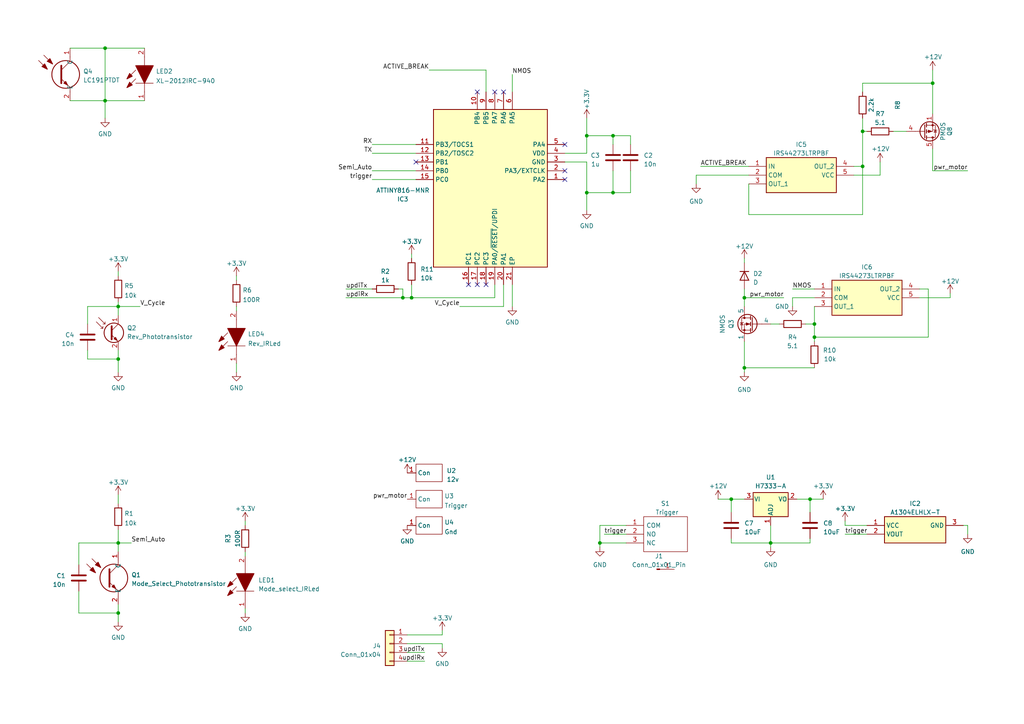
<source format=kicad_sch>
(kicad_sch (version 20230121) (generator eeschema)
  (paper "A4")
  (lib_symbols
    (symbol "Connector:Conn_01x01_Pin" (pin_names (offset 1.016) hide)
      (property "Reference" "J" (at 0 2.54 0))
      (property "Value" "Conn_01x01_Pin" (at 0 -2.54 0))
      (symbol "Conn_01x01_Pin_1_1"
        (polyline (pts (xy 1.27 0) (xy 0.8636 0)) (stroke (width 0.1524)))
        (rectangle (start 0.8636 0.127) (end 0 -0.127) (stroke (width 0.1524)) (fill (type outline)))
        (pin passive line (at 5.08 0 180) (length 3.81) (name "Pin_1") (number "1"))
      )
    )
    (symbol "Connector_Generic:Conn_01x04" (pin_names (offset 1.016) hide)
      (property "Reference" "J" (at 0 5.08 0))
      (property "Value" "Conn_01x04" (at 0 -7.62 0))
      (symbol "Conn_01x04_1_1"
        (rectangle (start -1.27 -4.953) (end 0 -5.207) (stroke (width 0.1524)))
        (rectangle (start -1.27 -2.413) (end 0 -2.667) (stroke (width 0.1524)))
        (rectangle (start -1.27 0.127) (end 0 -0.127) (stroke (width 0.1524)))
        (rectangle (start -1.27 2.667) (end 0 2.413) (stroke (width 0.1524)))
        (rectangle (start -1.27 3.81) (end 1.27 -6.35) (stroke (width 0.254)) (fill (type background)))
        (pin passive line (at -5.08 2.54 0) (length 3.81) (name "Pin_1") (number "1"))
        (pin passive line (at -5.08 0 0) (length 3.81) (name "Pin_2") (number "2"))
        (pin passive line (at -5.08 -2.54 0) (length 3.81) (name "Pin_3") (number "3"))
        (pin passive line (at -5.08 -5.08 0) (length 3.81) (name "Pin_4") (number "4"))
      )
    )
    (symbol "Copper_Pad:Copper_pad"
      (property "Reference" "U" (at 0 3.81 0))
      (property "Value" "Copper_pad" (at 0 -3.81 0))
      (symbol "Copper_pad_0_1"
        (rectangle (start -3.81 2.54) (end 3.81 -2.54))
      )
      (symbol "Copper_pad_1_1"
        (pin input line (at -6.35 0 0) (length 2.54) (name "Con") (number "1"))
      )
    )
    (symbol "Device:C" (pin_numbers hide) (pin_names (offset 0.254))
      (property "Reference" "C" (at 0.635 2.54 0))
      (property "Value" "C" (at 0.635 -2.54 0))
      (symbol "C_0_1"
        (polyline (pts (xy -2.032 -0.762) (xy 2.032 -0.762)) (stroke (width 0.508)))
        (polyline (pts (xy -2.032 0.762) (xy 2.032 0.762)) (stroke (width 0.508)))
      )
      (symbol "C_1_1"
        (pin passive line (at 0 3.81 270) (length 2.794) (name "~") (number "1"))
        (pin passive line (at 0 -3.81 90) (length 2.794) (name "~") (number "2"))
      )
    )
    (symbol "Device:D" (pin_numbers hide) (pin_names (offset 1.016) hide)
      (property "Reference" "D" (at 0 2.54 0))
      (property "Value" "D" (at 0 -2.54 0))
      (symbol "D_0_1"
        (polyline (pts (xy -1.27 1.27) (xy -1.27 -1.27)) (stroke (width 0.254)))
        (polyline (pts (xy 1.27 0) (xy -1.27 0)))
        (polyline (pts (xy 1.27 1.27) (xy 1.27 -1.27) (xy -1.27 0) (xy 1.27 1.27)) (stroke (width 0.254)))
      )
      (symbol "D_1_1"
        (pin passive line (at -3.81 0 0) (length 2.54) (name "K") (number "1"))
        (pin passive line (at 3.81 0 180) (length 2.54) (name "A") (number "2"))
      )
    )
    (symbol "Device:Q_Photo_NPN_CE" (pin_names (offset 0) hide)
      (property "Reference" "Q" (at 5.08 1.27 0))
      (property "Value" "Q_Photo_NPN_CE" (at 5.08 -1.27 0))
      (symbol "Q_Photo_NPN_CE_0_1"
        (polyline (pts (xy -1.905 1.27) (xy -2.54 1.27)))
        (polyline (pts (xy -1.27 2.54) (xy -1.905 2.54)))
        (polyline (pts (xy 0.635 0.635) (xy 2.54 2.54)))
        (polyline (pts (xy -3.81 3.175) (xy -1.905 1.27) (xy -1.905 1.905)))
        (polyline (pts (xy -3.175 4.445) (xy -1.27 2.54) (xy -1.27 3.175)))
        (polyline (pts (xy 0.635 -0.635) (xy 2.54 -2.54) (xy 2.54 -2.54)))
        (polyline (pts (xy 0.635 1.905) (xy 0.635 -1.905) (xy 0.635 -1.905)) (stroke (width 0.508)))
        (polyline (pts (xy 1.27 -1.778) (xy 1.778 -1.27) (xy 2.286 -2.286) (xy 1.27 -1.778) (xy 1.27 -1.778)) (fill (type outline)))
        (circle (center 1.27 0) (radius 2.8194) (stroke (width 0.254)))
      )
      (symbol "Q_Photo_NPN_CE_1_1"
        (pin passive line (at 2.54 5.08 270) (length 2.54) (name "C") (number "1"))
        (pin passive line (at 2.54 -5.08 90) (length 2.54) (name "E") (number "2"))
      )
    )
    (symbol "Device:R" (pin_numbers hide) (pin_names (offset 0))
      (property "Reference" "R" (at 2.032 0 90))
      (property "Value" "R" (at 0 0 90))
      (symbol "R_0_1"
        (rectangle (start -1.016 -2.54) (end 1.016 2.54) (stroke (width 0.254)))
      )
      (symbol "R_1_1"
        (pin passive line (at 0 3.81 270) (length 1.27) (name "~") (number "1"))
        (pin passive line (at 0 -3.81 90) (length 1.27) (name "~") (number "2"))
      )
    )
    (symbol "Regulator_Linear:LM317L_SOT-89" (pin_names (offset 0.254))
      (property "Reference" "U" (at -3.81 3.175 0))
      (property "Value" "LM317L_SOT-89" (at 0 3.175 0))
      (symbol "LM317L_SOT-89_0_1"
        (rectangle (start -5.08 1.905) (end 5.08 -5.08) (stroke (width 0.254)) (fill (type background)))
      )
      (symbol "LM317L_SOT-89_1_1"
        (pin input line (at 0 -7.62 90) (length 2.54) (name "ADJ") (number "1"))
        (pin power_out line (at 7.62 0 180) (length 2.54) (name "VO") (number "2"))
        (pin power_in line (at -7.62 0 0) (length 2.54) (name "VI") (number "3"))
      )
    )
    (symbol "SamacSys_Parts:463092691402" (pin_names (offset 0.762))
      (property "Reference" "S1" (at 8.3312 12.3385 90))
      (property "Value" "463092691402" (at 8.3312 9.5634 90))
      (symbol "463092691402_0_0"
        (pin passive line (at 0 0 0) (length 5.08) (name "COM") (number "1"))
        (pin passive line (at 0 -2.54 0) (length 5.08) (name "NO") (number "2"))
      )
      (symbol "463092691402_0_1"
        (polyline (pts (xy 5.08 2.54) (xy 17.78 2.54) (xy 17.78 -7.62) (xy 5.08 -7.62) (xy 5.08 2.54)) (stroke (width 0.1524)))
      )
      (symbol "463092691402_1_1"
        (pin passive line (at 0 -5.08 0) (length 5.08) (name "NC") (number "3"))
      )
    )
    (symbol "SamacSys_Parts:A1304ELHLX-T"
      (property "Reference" "IC" (at 24.13 7.62 0))
      (property "Value" "A1304ELHLX-T" (at 24.13 5.08 0))
      (symbol "A1304ELHLX-T_1_1"
        (rectangle (start 5.08 2.54) (end 22.86 -5.08) (stroke (width 0.254)) (fill (type background)))
        (pin passive line (at 0 0 0) (length 5.08) (name "VCC") (number "1"))
        (pin passive line (at 0 -2.54 0) (length 5.08) (name "VOUT") (number "2"))
        (pin passive line (at 27.94 0 180) (length 5.08) (name "GND") (number "3"))
      )
    )
    (symbol "SamacSys_Parts:AP1608P1C-P22" (pin_names (offset 0.762))
      (property "Reference" "Q" (at 3.81 -6.35 0))
      (property "Value" "AP1608P1C-P22" (at 3.81 -8.89 0))
      (symbol "AP1608P1C-P22_0_0"
        (pin passive line (at 0 0 270) (length 2.54) (name "C") (number "1"))
        (pin passive line (at 0 -15.24 90) (length 2.54) (name "E") (number "2"))
      )
      (symbol "AP1608P1C-P22_0_1"
        (circle (center -1.27 -7.62) (radius 4.0132) (stroke (width 0.254)))
        (polyline (pts (xy -9.144 -3.556) (xy -6.604 -6.096)) (stroke (width 0.1524)))
        (polyline (pts (xy -7.62 -2.032) (xy -5.08 -4.572)) (stroke (width 0.1524)))
        (polyline (pts (xy -2.54 -8.89) (xy 0 -11.43)) (stroke (width 0.1524)))
        (polyline (pts (xy -2.54 -6.35) (xy 0 -3.81)) (stroke (width 0.1524)))
        (polyline (pts (xy -2.54 -5.08) (xy -2.54 -10.16)) (stroke (width 0.508)))
        (polyline (pts (xy 0 -11.43) (xy 0 -12.7)) (stroke (width 0.1524)))
        (polyline (pts (xy 0 -3.81) (xy 0 -2.54)) (stroke (width 0.1524)))
        (polyline (pts (xy -8.128 -5.334) (xy -7.366 -4.572) (xy -6.604 -6.096) (xy -8.128 -5.334)) (stroke (width 0.254)) (fill (type outline)))
        (polyline (pts (xy -6.604 -3.81) (xy -5.842 -3.048) (xy -5.08 -4.572) (xy -6.604 -3.81)) (stroke (width 0.254)) (fill (type outline)))
        (polyline (pts (xy -1.778 -10.16) (xy -1.27 -9.652) (xy -0.762 -10.668) (xy -1.778 -10.16)) (stroke (width 0.254)) (fill (type outline)))
      )
    )
    (symbol "SamacSys_Parts:APTD2012SF4C" (pin_names (offset 0.762))
      (property "Reference" "LED" (at 12.7 8.89 0))
      (property "Value" "APTD2012SF4C" (at 12.7 6.35 0))
      (symbol "APTD2012SF4C_0_0"
        (pin passive line (at 0 0 0) (length 2.54) (name "~") (number "1"))
        (pin passive line (at 15.24 0 180) (length 2.54) (name "~") (number "2"))
      )
      (symbol "APTD2012SF4C_0_1"
        (polyline (pts (xy 2.54 0) (xy 5.08 0)) (stroke (width 0.1524)))
        (polyline (pts (xy 5.08 2.54) (xy 5.08 -2.54)) (stroke (width 0.1524)))
        (polyline (pts (xy 6.35 2.54) (xy 3.81 5.08)) (stroke (width 0.1524)))
        (polyline (pts (xy 8.89 2.54) (xy 6.35 5.08)) (stroke (width 0.1524)))
        (polyline (pts (xy 10.16 0) (xy 12.7 0)) (stroke (width 0.1524)))
        (polyline (pts (xy 5.08 0) (xy 10.16 2.54) (xy 10.16 -2.54) (xy 5.08 0)) (stroke (width 0.254)) (fill (type outline)))
        (polyline (pts (xy 5.334 4.318) (xy 4.572 3.556) (xy 3.81 5.08) (xy 5.334 4.318)) (stroke (width 0.254)) (fill (type outline)))
        (polyline (pts (xy 7.874 4.318) (xy 7.112 3.556) (xy 6.35 5.08) (xy 7.874 4.318)) (stroke (width 0.254)) (fill (type outline)))
      )
    )
    (symbol "SamacSys_Parts:ATTINY816-MNR"
      (property "Reference" "IC" (at 39.37 30.48 0))
      (property "Value" "ATTINY816-MNR" (at 39.37 27.94 0))
      (symbol "ATTINY816-MNR_1_1"
        (rectangle (start 5.08 25.4) (end 38.1 -20.32) (stroke (width 0.254)) (fill (type background)))
        (pin bidirectional line (at 0 0 0) (length 5.08) (name "PA2") (number "1"))
        (pin bidirectional line (at 25.4 -25.4 90) (length 5.08) (name "PB4") (number "10"))
        (pin bidirectional line (at 43.18 -10.16 180) (length 5.08) (name "PB3/TOCS1") (number "11"))
        (pin bidirectional line (at 43.18 -7.62 180) (length 5.08) (name "PB2/TOSC2") (number "12"))
        (pin bidirectional line (at 43.18 -5.08 180) (length 5.08) (name "PB1") (number "13"))
        (pin passive line (at 43.18 -2.54 180) (length 5.08) (name "PB0") (number "14"))
        (pin bidirectional line (at 43.18 0 180) (length 5.08) (name "PC0") (number "15"))
        (pin bidirectional line (at 27.94 30.48 270) (length 5.08) (name "PC1") (number "16"))
        (pin bidirectional line (at 25.4 30.48 270) (length 5.08) (name "PC2") (number "17"))
        (pin bidirectional line (at 22.86 30.48 270) (length 5.08) (name "PC3") (number "18"))
        (pin bidirectional line (at 20.32 30.48 270) (length 5.08) (name "PA0/~{RESET}/UPDI") (number "19"))
        (pin bidirectional line (at 0 -2.54 0) (length 5.08) (name "PA3/EXTCLK") (number "2"))
        (pin bidirectional line (at 17.78 30.48 270) (length 5.08) (name "PA1") (number "20"))
        (pin power_in line (at 15.24 30.48 270) (length 5.08) (name "EP") (number "21"))
        (pin power_in line (at 0 -5.08 0) (length 5.08) (name "GND") (number "3"))
        (pin power_in line (at 0 -7.62 0) (length 5.08) (name "VDD") (number "4"))
        (pin bidirectional line (at 0 -10.16 0) (length 5.08) (name "PA4") (number "5"))
        (pin bidirectional line (at 15.24 -25.4 90) (length 5.08) (name "PA5") (number "6"))
        (pin bidirectional line (at 17.78 -25.4 90) (length 5.08) (name "PA6") (number "7"))
        (pin bidirectional line (at 20.32 -25.4 90) (length 5.08) (name "PA7") (number "8"))
        (pin bidirectional line (at 22.86 -25.4 90) (length 5.08) (name "PB5") (number "9"))
      )
    )
    (symbol "SamacSys_Parts:CSL1501RW1" (pin_names (offset 0.762))
      (property "Reference" "LED" (at 12.7 8.89 0))
      (property "Value" "CSL1501RW1" (at 12.7 6.35 0))
      (symbol "CSL1501RW1_0_0"
        (pin passive line (at 0 0 0) (length 2.54) (name "~") (number "1"))
        (pin passive line (at 15.24 0 180) (length 2.54) (name "~") (number "2"))
      )
      (symbol "CSL1501RW1_0_1"
        (polyline (pts (xy 2.54 0) (xy 5.08 0)) (stroke (width 0.1524)))
        (polyline (pts (xy 5.08 2.54) (xy 5.08 -2.54)) (stroke (width 0.1524)))
        (polyline (pts (xy 6.35 2.54) (xy 3.81 5.08)) (stroke (width 0.1524)))
        (polyline (pts (xy 8.89 2.54) (xy 6.35 5.08)) (stroke (width 0.1524)))
        (polyline (pts (xy 10.16 0) (xy 12.7 0)) (stroke (width 0.1524)))
        (polyline (pts (xy 5.08 0) (xy 10.16 2.54) (xy 10.16 -2.54) (xy 5.08 0)) (stroke (width 0.254)) (fill (type outline)))
        (polyline (pts (xy 5.334 4.318) (xy 4.572 3.556) (xy 3.81 5.08) (xy 5.334 4.318)) (stroke (width 0.254)) (fill (type outline)))
        (polyline (pts (xy 7.874 4.318) (xy 7.112 3.556) (xy 6.35 5.08) (xy 7.874 4.318)) (stroke (width 0.254)) (fill (type outline)))
      )
    )
    (symbol "SamacSys_Parts:IRS44273LTRPBF"
      (property "Reference" "IC" (at 26.67 7.62 0))
      (property "Value" "IRS44273LTRPBF" (at 26.67 5.08 0))
      (symbol "IRS44273LTRPBF_1_1"
        (rectangle (start 5.08 2.54) (end 25.4 -7.62) (stroke (width 0.254)) (fill (type background)))
        (pin input line (at 0 0 0) (length 5.08) (name "IN") (number "1"))
        (pin power_in line (at 0 -2.54 0) (length 5.08) (name "COM") (number "2"))
        (pin output line (at 0 -5.08 0) (length 5.08) (name "OUT_1") (number "3"))
        (pin power_in line (at 30.48 0 180) (length 5.08) (name "OUT_2") (number "4"))
        (pin output line (at 30.48 -2.54 180) (length 5.08) (name "VCC") (number "5"))
      )
    )
    (symbol "Simulation_SPICE:NMOS" (pin_numbers hide) (pin_names (offset 0))
      (property "Reference" "Q3" (at -7.62 0 90))
      (property "Value" "NMOS" (at -5.08 0 90))
      (symbol "NMOS_0_1"
        (polyline (pts (xy -1.016 0) (xy -3.81 0)))
        (polyline (pts (xy -1.016 1.905) (xy -1.016 -1.905)) (stroke (width 0.254)))
        (polyline (pts (xy -0.508 -1.27) (xy -0.508 -2.286)) (stroke (width 0.254)))
        (polyline (pts (xy -0.508 0.508) (xy -0.508 -0.508)) (stroke (width 0.254)))
        (polyline (pts (xy -0.508 2.286) (xy -0.508 1.27)) (stroke (width 0.254)))
        (polyline (pts (xy 1.27 2.54) (xy 1.27 1.778)))
        (polyline (pts (xy 1.27 -2.54) (xy 1.27 0) (xy -0.508 0)))
        (polyline (pts (xy -0.508 -1.778) (xy 2.032 -1.778) (xy 2.032 1.778) (xy -0.508 1.778)))
        (polyline (pts (xy -0.254 0) (xy 0.762 0.381) (xy 0.762 -0.381) (xy -0.254 0)) (fill (type outline)))
        (polyline (pts (xy 1.524 0.508) (xy 1.651 0.381) (xy 2.413 0.381) (xy 2.54 0.254)))
        (polyline (pts (xy 2.032 0.381) (xy 1.651 -0.254) (xy 2.413 -0.254) (xy 2.032 0.381)))
        (circle (center 0.381 0) (radius 2.794) (stroke (width 0.254)))
        (circle (center 1.27 -1.778) (radius 0.254) (fill (type outline)))
        (circle (center 1.27 1.778) (radius 0.254) (fill (type outline)))
      )
      (symbol "NMOS_1_1"
        (pin input line (at 1.27 -5.08 90) (length 2.54) (name "1") (number "1"))
        (pin input line (at 1.27 -5.08 90) (length 2.54) hide (name "2") (number "2"))
        (pin input line (at 1.27 -5.08 90) (length 2.54) hide (name "3") (number "3"))
        (pin input line (at -6.35 0 0) (length 2.54) (name "4") (number "4"))
        (pin output line (at 1.27 5.08 270) (length 2.54) (name "5") (number "5"))
        (pin output line (at 1.27 5.08 270) (length 2.54) hide (name "6") (number "6"))
        (pin output line (at 1.27 5.08 270) (length 2.54) hide (name "7") (number "7"))
        (pin output line (at 1.27 5.08 270) (length 2.54) hide (name "8") (number "8"))
        (pin output line (at 1.27 5.08 270) (length 2.54) hide (name "9") (number "9"))
      )
    )
    (symbol "Transistor_FET:Si7141DP" (pin_names hide)
      (property "Reference" "Q8" (at 7.4549 0 90))
      (property "Value" "PMOS" (at 5.5339 0 90))
      (symbol "Si7141DP_0_1"
        (polyline (pts (xy 0.254 0) (xy -2.54 0)))
        (polyline (pts (xy 0.254 1.905) (xy 0.254 -1.905)) (stroke (width 0.254)))
        (polyline (pts (xy 0.762 -1.27) (xy 0.762 -2.286)) (stroke (width 0.254)))
        (polyline (pts (xy 0.762 0.508) (xy 0.762 -0.508)) (stroke (width 0.254)))
        (polyline (pts (xy 0.762 2.286) (xy 0.762 1.27)) (stroke (width 0.254)))
        (polyline (pts (xy 2.54 2.54) (xy 2.54 1.778)))
        (polyline (pts (xy 2.54 -2.54) (xy 2.54 0) (xy 0.762 0)))
        (polyline (pts (xy 0.762 1.778) (xy 3.302 1.778) (xy 3.302 -1.778) (xy 0.762 -1.778)))
        (polyline (pts (xy 2.286 0) (xy 1.27 0.381) (xy 1.27 -0.381) (xy 2.286 0)) (fill (type outline)))
        (polyline (pts (xy 2.794 -0.508) (xy 2.921 -0.381) (xy 3.683 -0.381) (xy 3.81 -0.254)))
        (polyline (pts (xy 3.302 -0.381) (xy 2.921 0.254) (xy 3.683 0.254) (xy 3.302 -0.381)))
        (circle (center 1.651 0) (radius 2.794) (stroke (width 0.254)))
        (circle (center 2.54 -1.778) (radius 0.254) (fill (type outline)))
        (circle (center 2.54 1.778) (radius 0.254) (fill (type outline)))
      )
      (symbol "Si7141DP_1_1"
        (pin passive line (at 2.54 -5.08 90) (length 2.54) (name "S") (number "1"))
        (pin passive line (at 2.54 -5.08 90) (length 2.54) hide (name "S") (number "2"))
        (pin passive line (at 2.54 -5.08 90) (length 2.54) hide (name "S") (number "3"))
        (pin input line (at -5.08 0 0) (length 2.54) (name "G") (number "4"))
        (pin passive line (at 2.54 5.08 270) (length 2.54) (name "D") (number "5"))
        (pin input line (at 2.54 5.08 270) (length 2.54) hide (name "6") (number "6"))
        (pin input line (at 2.54 5.08 270) (length 2.54) hide (name "7") (number "7"))
        (pin input line (at 2.54 5.08 270) (length 2.54) hide (name "8") (number "8"))
        (pin input line (at 2.54 5.08 270) (length 2.54) hide (name "9") (number "9"))
      )
    )
    (symbol "power:+12V" (power) (pin_names (offset 0))
      (property "Value" "+12V" (at 0 3.556 0))
      (symbol "+12V_0_1"
        (polyline (pts (xy -0.762 1.27) (xy 0 2.54)))
        (polyline (pts (xy 0 0) (xy 0 2.54)))
        (polyline (pts (xy 0 2.54) (xy 0.762 1.27)))
      )
      (symbol "+12V_1_1"
        (pin power_in line (at 0 0 90) (length 0) hide (name "+12V") (number "1"))
      )
    )
    (symbol "power:+3.3V" (power) (pin_names (offset 0))
      (property "Value" "+3.3V" (at 0 3.556 0))
      (symbol "+3.3V_0_1"
        (polyline (pts (xy -0.762 1.27) (xy 0 2.54)))
        (polyline (pts (xy 0 0) (xy 0 2.54)))
        (polyline (pts (xy 0 2.54) (xy 0.762 1.27)))
      )
      (symbol "+3.3V_1_1"
        (pin power_in line (at 0 0 90) (length 0) hide (name "+3.3V") (number "1"))
      )
    )
    (symbol "power:GND" (power) (pin_names (offset 0))
      (property "Value" "GND" (at 0 -3.81 0))
      (symbol "GND_0_1"
        (polyline (pts (xy 0 0) (xy 0 -1.27) (xy 1.27 -1.27) (xy 0 -2.54) (xy -1.27 -1.27) (xy 0 -1.27)))
      )
      (symbol "GND_1_1"
        (pin power_in line (at 0 0 270) (length 0) hide (name "GND") (number "1"))
      )
    )
  )
  (junction (at 170.18 39.37))
  (junction (at 34.29 88.9))
  (junction (at 177.8 55.88))
  (junction (at 30.48 29.21))
  (junction (at 34.29 177.8))
  (junction (at 177.8 39.37))
  (junction (at 234.95 144.78))
  (junction (at 116.84 86.36))
  (junction (at 173.99 157.48))
  (junction (at 250.19 48.26))
  (junction (at 223.52 157.48))
  (junction (at 250.19 38.1))
  (junction (at 34.29 104.14))
  (junction (at 30.48 13.97))
  (junction (at 270.51 24.13))
  (junction (at 34.29 157.48))
  (junction (at 212.09 144.78))
  (junction (at 236.22 97.79))
  (junction (at 236.22 93.98))
  (junction (at 119.38 86.36))
  (junction (at 215.9 106.68))
  (junction (at 215.9 86.36))
  (junction (at 170.18 55.88))
  (no_connect (at 138.43 26.67))
  (no_connect (at 163.83 49.53))
  (no_connect (at 163.83 52.07))
  (no_connect (at 140.97 82.55))
  (no_connect (at 163.83 41.91))
  (no_connect (at 135.89 82.55))
  (no_connect (at 146.05 26.67))
  (no_connect (at 138.43 82.55))
  (no_connect (at 143.51 26.67))
  (no_connect (at 120.65 46.99))
  (wire (pts (xy 175.26 154.94) (xy 181.61 154.94)))
  (wire (pts (xy 116.84 83.82) (xy 116.84 86.36)))
  (wire (pts (xy 107.95 49.53) (xy 120.65 49.53)))
  (wire (pts (xy 223.52 158.75) (xy 223.52 157.48)))
  (wire (pts (xy 201.93 50.8) (xy 201.93 53.34)))
  (wire (pts (xy 68.58 80.01) (xy 68.58 81.28)))
  (wire (pts (xy 68.58 90.17) (xy 68.58 88.9)))
  (wire (pts (xy 34.29 88.9) (xy 34.29 87.63)))
  (wire (pts (xy 173.99 152.4) (xy 173.99 157.48)))
  (wire (pts (xy 115.57 83.82) (xy 116.84 83.82)))
  (wire (pts (xy 170.18 34.29) (xy 170.18 39.37)))
  (wire (pts (xy 107.95 52.07) (xy 120.65 52.07)))
  (wire (pts (xy 245.11 154.94) (xy 251.46 154.94)))
  (wire (pts (xy 231.14 144.78) (xy 234.95 144.78)))
  (wire (pts (xy 212.09 157.48) (xy 223.52 157.48)))
  (wire (pts (xy 173.99 157.48) (xy 173.99 158.75)))
  (wire (pts (xy 170.18 55.88) (xy 177.8 55.88)))
  (wire (pts (xy 255.27 50.8) (xy 247.65 50.8)))
  (wire (pts (xy 100.33 83.82) (xy 107.95 83.82)))
  (wire (pts (xy 173.99 157.48) (xy 181.61 157.48)))
  (wire (pts (xy 25.4 88.9) (xy 34.29 88.9)))
  (wire (pts (xy 215.9 74.93) (xy 215.9 76.2)))
  (wire (pts (xy 215.9 88.9) (xy 215.9 86.36)))
  (wire (pts (xy 100.33 86.36) (xy 116.84 86.36)))
  (wire (pts (xy 236.22 83.82) (xy 229.87 83.82)))
  (wire (pts (xy 182.88 41.91) (xy 182.88 39.37)))
  (wire (pts (xy 182.88 39.37) (xy 177.8 39.37)))
  (wire (pts (xy 40.64 88.9) (xy 34.29 88.9)))
  (wire (pts (xy 25.4 93.98) (xy 25.4 88.9)))
  (wire (pts (xy 217.17 62.23) (xy 250.19 62.23)))
  (wire (pts (xy 229.87 86.36) (xy 236.22 86.36)))
  (wire (pts (xy 234.95 144.78) (xy 234.95 148.59)))
  (wire (pts (xy 146.05 88.9) (xy 146.05 82.55)))
  (wire (pts (xy 25.4 104.14) (xy 34.29 104.14)))
  (wire (pts (xy 34.29 153.67) (xy 34.29 157.48)))
  (wire (pts (xy 34.29 177.8) (xy 34.29 180.34)))
  (wire (pts (xy 215.9 107.95) (xy 215.9 106.68)))
  (wire (pts (xy 170.18 44.45) (xy 163.83 44.45)))
  (wire (pts (xy 182.88 49.53) (xy 182.88 55.88)))
  (wire (pts (xy 236.22 97.79) (xy 269.24 97.79)))
  (wire (pts (xy 22.86 157.48) (xy 34.29 157.48)))
  (wire (pts (xy 203.2 48.26) (xy 217.17 48.26)))
  (wire (pts (xy 280.67 154.94) (xy 280.67 152.4)))
  (wire (pts (xy 250.19 38.1) (xy 251.46 38.1)))
  (wire (pts (xy 118.11 184.15) (xy 128.27 184.15)))
  (wire (pts (xy 266.7 86.36) (xy 275.59 86.36)))
  (wire (pts (xy 34.29 101.6) (xy 34.29 104.14)))
  (wire (pts (xy 280.67 49.53) (xy 270.51 49.53)))
  (wire (pts (xy 208.28 144.78) (xy 212.09 144.78)))
  (wire (pts (xy 229.87 88.9) (xy 229.87 86.36)))
  (wire (pts (xy 170.18 46.99) (xy 163.83 46.99)))
  (wire (pts (xy 182.88 55.88) (xy 177.8 55.88)))
  (wire (pts (xy 71.12 177.8) (xy 71.12 176.53)))
  (wire (pts (xy 215.9 86.36) (xy 227.33 86.36)))
  (wire (pts (xy 250.19 26.67) (xy 250.19 24.13)))
  (wire (pts (xy 107.95 44.45) (xy 120.65 44.45)))
  (wire (pts (xy 275.59 85.09) (xy 275.59 86.36)))
  (wire (pts (xy 223.52 93.98) (xy 226.06 93.98)))
  (wire (pts (xy 107.95 41.91) (xy 120.65 41.91)))
  (wire (pts (xy 236.22 88.9) (xy 236.22 93.98)))
  (wire (pts (xy 212.09 144.78) (xy 212.09 148.59)))
  (wire (pts (xy 34.29 143.51) (xy 34.29 146.05)))
  (wire (pts (xy 133.35 88.9) (xy 146.05 88.9)))
  (wire (pts (xy 217.17 50.8) (xy 201.93 50.8)))
  (wire (pts (xy 25.4 101.6) (xy 25.4 104.14)))
  (wire (pts (xy 234.95 156.21) (xy 234.95 157.48)))
  (wire (pts (xy 217.17 53.34) (xy 217.17 62.23)))
  (wire (pts (xy 236.22 97.79) (xy 236.22 93.98)))
  (wire (pts (xy 119.38 82.55) (xy 119.38 86.36)))
  (wire (pts (xy 119.38 73.66) (xy 119.38 74.93)))
  (wire (pts (xy 170.18 46.99) (xy 170.18 55.88)))
  (wire (pts (xy 30.48 13.97) (xy 41.91 13.97)))
  (wire (pts (xy 215.9 83.82) (xy 215.9 86.36)))
  (wire (pts (xy 20.32 29.21) (xy 30.48 29.21)))
  (wire (pts (xy 143.51 86.36) (xy 143.51 82.55)))
  (wire (pts (xy 22.86 177.8) (xy 22.86 171.45)))
  (wire (pts (xy 119.38 86.36) (xy 143.51 86.36)))
  (wire (pts (xy 34.29 157.48) (xy 38.1 157.48)))
  (wire (pts (xy 223.52 152.4) (xy 223.52 157.48)))
  (wire (pts (xy 71.12 151.13) (xy 71.12 152.4)))
  (wire (pts (xy 215.9 106.68) (xy 236.22 106.68)))
  (wire (pts (xy 170.18 39.37) (xy 177.8 39.37)))
  (wire (pts (xy 269.24 83.82) (xy 269.24 97.79)))
  (wire (pts (xy 270.51 24.13) (xy 270.51 33.02)))
  (wire (pts (xy 123.19 191.77) (xy 118.11 191.77)))
  (wire (pts (xy 20.32 13.97) (xy 30.48 13.97)))
  (wire (pts (xy 177.8 49.53) (xy 177.8 55.88)))
  (wire (pts (xy 68.58 107.95) (xy 68.58 105.41)))
  (wire (pts (xy 215.9 99.06) (xy 215.9 106.68)))
  (wire (pts (xy 22.86 163.83) (xy 22.86 157.48)))
  (wire (pts (xy 270.51 20.32) (xy 270.51 24.13)))
  (wire (pts (xy 170.18 39.37) (xy 170.18 44.45)))
  (wire (pts (xy 116.84 86.36) (xy 119.38 86.36)))
  (wire (pts (xy 128.27 184.15) (xy 128.27 182.88)))
  (wire (pts (xy 266.7 83.82) (xy 269.24 83.82)))
  (wire (pts (xy 118.11 186.69) (xy 128.27 186.69)))
  (wire (pts (xy 71.12 160.02) (xy 71.12 161.29)))
  (wire (pts (xy 30.48 13.97) (xy 30.48 29.21)))
  (wire (pts (xy 34.29 88.9) (xy 34.29 91.44)))
  (wire (pts (xy 148.59 21.59) (xy 148.59 26.67)))
  (wire (pts (xy 148.59 82.55) (xy 148.59 88.9)))
  (wire (pts (xy 177.8 41.91) (xy 177.8 39.37)))
  (wire (pts (xy 30.48 29.21) (xy 30.48 34.29)))
  (wire (pts (xy 250.19 24.13) (xy 270.51 24.13)))
  (wire (pts (xy 245.11 151.13) (xy 245.11 152.4)))
  (wire (pts (xy 280.67 152.4) (xy 279.4 152.4)))
  (wire (pts (xy 170.18 60.96) (xy 170.18 55.88)))
  (wire (pts (xy 181.61 152.4) (xy 173.99 152.4)))
  (wire (pts (xy 247.65 48.26) (xy 250.19 48.26)))
  (wire (pts (xy 128.27 186.69) (xy 128.27 187.96)))
  (wire (pts (xy 250.19 48.26) (xy 250.19 62.23)))
  (wire (pts (xy 34.29 157.48) (xy 34.29 160.02)))
  (wire (pts (xy 233.68 93.98) (xy 236.22 93.98)))
  (wire (pts (xy 255.27 50.8) (xy 255.27 46.99)))
  (wire (pts (xy 34.29 175.26) (xy 34.29 177.8)))
  (wire (pts (xy 123.19 189.23) (xy 118.11 189.23)))
  (wire (pts (xy 259.08 38.1) (xy 262.89 38.1)))
  (wire (pts (xy 245.11 152.4) (xy 251.46 152.4)))
  (wire (pts (xy 140.97 20.32) (xy 140.97 26.67)))
  (wire (pts (xy 124.46 20.32) (xy 140.97 20.32)))
  (wire (pts (xy 270.51 49.53) (xy 270.51 43.18)))
  (wire (pts (xy 22.86 177.8) (xy 34.29 177.8)))
  (wire (pts (xy 34.29 104.14) (xy 34.29 107.95)))
  (wire (pts (xy 250.19 38.1) (xy 250.19 48.26)))
  (wire (pts (xy 212.09 144.78) (xy 215.9 144.78)))
  (wire (pts (xy 234.95 157.48) (xy 223.52 157.48)))
  (wire (pts (xy 212.09 156.21) (xy 212.09 157.48)))
  (wire (pts (xy 34.29 78.74) (xy 34.29 80.01)))
  (wire (pts (xy 30.48 29.21) (xy 41.91 29.21)))
  (wire (pts (xy 238.76 144.78) (xy 234.95 144.78)))
  (wire (pts (xy 236.22 99.06) (xy 236.22 97.79)))
  (wire (pts (xy 250.19 34.29) (xy 250.19 38.1)))
  (text "LKIR30102C-A01 - 90* IR led C2874187\nXL-2012IRC-940 - IR LED 0805 C965889\nHL-PST-1608IR1C-L4 - IR LED 0603 C568950\n\n\nLC191PTDT - Phototransistor IR C669634\nPT12-21B/TR8 - Phototransistor IR 90* C264383" (at 241.3 232.41 0) (effects (font (size 1.27 1.27)) (justify left bottom)))
  (label "pwr_motor" (at 118.11 144.78 180))
  (label "RX" (at 107.95 41.91 180))
  (label "updiRx" (at 123.19 191.77 180))
  (label "V_Cycle" (at 40.64 88.9 0))
  (label "trigger" (at 245.11 154.94 0))
  (label "trigger" (at 175.26 154.94 0))
  (label "updiRx" (at 100.33 86.36 0))
  (label "pwr_motor" (at 227.33 86.36 180))
  (label "ACTIVE_BREAK" (at 203.2 48.26 0))
  (label "trigger" (at 107.95 52.07 180))
  (label "NMOS" (at 229.87 83.82 0))
  (label "updiTx" (at 100.33 83.82 0))
  (label "Semi_Auto" (at 38.1 157.48 0))
  (label "TX" (at 107.95 44.45 180))
  (label "ACTIVE_BREAK" (at 124.46 20.32 180))
  (label "Semi_Auto" (at 107.95 49.53 180))
  (label "pwr_motor" (at 280.67 49.53 180))
  (label "NMOS" (at 148.59 21.59 0))
  (label "V_Cycle" (at 133.35 88.9 180))
  (label "updiTx" (at 123.19 189.23 180))
  (symbol (lib_id "power:GND") (at 118.11 152.4 0) (unit 1)
    (property "Reference" "#PWR0102" (effects hide))
    (property "Value" "GND" (at 118.11 156.9625 0))
  )
  (symbol (lib_id "SamacSys_Parts:APTD2012SF4C") (at 71.12 176.53 90) (unit 1)
    (property "Reference" "LED1" (at 74.93 168.275 90) (effects (justify right)))
    (property "Value" "Mode_select_IRLed" (at 74.93 170.815 90) (effects (justify right)))
    (property "Footprint" "SamacSys_Parts:LEDC2012X105N" (effects hide))
    (property "Datasheet" "http://www.kingbrightusa.com/images/catalog/SPEC/APTD2012SF4C.pdf" (effects hide))
    (property "Description" "Infrared Emitters 2x1.2mm IR SMD" (effects hide))
    (property "Height" "1.05" (effects hide))
    (property "Mouser Part Number" "604-APTD2012SF4C" (effects hide))
    (property "Mouser Price/Stock" "https://www.mouser.co.uk/ProductDetail/Kingbright/APTD2012SF4C?qs=w%2Fv1CP2dgqr55s4aH3ruIw%3D%3D" (effects hide))
    (property "Manufacturer_Name" "Kingbright" (effects hide))
    (property "Manufacturer_Part_Number" "APTD2012SF4C" (effects hide))
  )
  (symbol (lib_id "power:GND") (at 223.52 158.75 0) (unit 1)
    (property "Reference" "#PWR015" (effects hide))
    (property "Value" "GND" (at 223.52 163.83 0))
  )
  (symbol (lib_id "SamacSys_Parts:463092691402") (at 181.61 152.4 0) (unit 1)
    (property "Reference" "S1" (at 194.31 146.05 0) (effects (justify right)))
    (property "Value" "Trigger" (at 196.85 148.59 0) (effects (justify right)))
    (property "Footprint" "SamacSys_Parts:463092691402" (effects hide))
    (property "Datasheet" "https://www.we-online.com/catalog/datasheet/463092691402.pdf" (effects hide))
    (property "Description" "Basic / Snap Action Switches WS-MITV Micro Switch RA Psh Typ 80gf" (effects hide))
    (property "Height" "5.95" (effects hide))
    (property "Mouser Part Number" "710-463092691402" (effects hide))
    (property "Mouser Price/Stock" "https://www.mouser.co.uk/ProductDetail/Wurth-Elektronik/463092691402?qs=iLbezkQI%252BsiNPC3GZqKuHg%3D%3D" (effects hide))
    (property "Manufacturer_Name" "Wurth Elektronik" (effects hide))
    (property "Manufacturer_Part_Number" "463092691402" (effects hide))
  )
  (symbol (lib_id "power:GND") (at 128.27 187.96 0) (mirror y) (unit 1)
    (property "Reference" "#PWR07" (effects hide))
    (property "Value" "GND" (at 128.27 192.5225 0))
  )
  (symbol (lib_id "power:+3.3V") (at 68.58 80.01 0) (unit 1)
    (property "Reference" "#PWR021" (effects hide))
    (property "Value" "+3.3V" (at 68.58 76.4055 0))
  )
  (symbol (lib_id "Device:R") (at 68.58 85.09 0) (unit 1)
    (property "Reference" "R6" (at 70.358 84.1815 0) (effects (justify left)))
    (property "Value" "100R" (at 70.358 86.9566 0) (effects (justify left)))
    (property "Footprint" "Resistor_SMD:R_0402_1005Metric" (effects hide))
  )
  (symbol (lib_id "Simulation_SPICE:NMOS") (at 217.17 93.98 0) (mirror y) (unit 1)
    (property "Reference" "Q3" (at 212.09 93.98 90))
    (property "Value" "NMOS" (at 209.55 93.98 90))
    (property "Footprint" "SamacSys_Parts:POWERPAKSO-8" (effects hide))
    (property "Datasheet" "https://ngspice.sourceforge.io/docs/ngspice-manual.pdf" (effects hide))
    (property "Sim.Device" "NMOS" (effects hide))
    (property "Sim.Type" "VDMOS" (effects hide))
    (property "Sim.Pins" "1=D 2=G 3=S" (effects hide))
  )
  (symbol (lib_id "power:+12V") (at 208.28 144.78 0) (unit 1)
    (property "Reference" "#PWR023" (effects hide))
    (property "Value" "+12V" (at 208.28 140.97 0))
  )
  (symbol (lib_id "power:+3.3V") (at 34.29 78.74 0) (unit 1)
    (property "Reference" "#PWR018" (effects hide))
    (property "Value" "+3.3V" (at 34.29 75.1355 0))
  )
  (symbol (lib_id "power:GND") (at 280.67 154.94 0) (unit 1)
    (property "Reference" "#PWR020" (effects hide))
    (property "Value" "GND" (at 280.67 160.02 0))
  )
  (symbol (lib_id "Device:R") (at 34.29 83.82 180) (unit 1)
    (property "Reference" "R5" (at 36.068 82.9115 0) (effects (justify right)))
    (property "Value" "10k" (at 36.068 85.6866 0) (effects (justify right)))
    (property "Footprint" "Resistor_SMD:R_0402_1005Metric" (effects hide))
  )
  (symbol (lib_id "power:GND") (at 170.18 60.96 0) (unit 1)
    (property "Reference" "#PWR05" (effects hide))
    (property "Value" "GND" (at 170.18 65.5225 0))
  )
  (symbol (lib_id "power:GND") (at 215.9 107.95 0) (unit 1)
    (property "Reference" "#PWR024" (effects hide))
    (property "Value" "GND" (at 215.9 113.03 0))
  )
  (symbol (lib_id "power:+12V") (at 118.11 137.16 0) (unit 1)
    (property "Reference" "#PWR06" (effects hide))
    (property "Value" "+12V" (at 118.11 133.35 0))
  )
  (symbol (lib_id "Device:R") (at 255.27 38.1 90) (mirror x) (unit 1)
    (property "Reference" "R7" (at 255.27 33.02 90))
    (property "Value" "5.1" (at 255.27 35.56 90))
    (property "Footprint" "Resistor_SMD:R_0402_1005Metric" (effects hide))
  )
  (symbol (lib_id "Copper_Pad:Copper_pad") (at 124.46 144.78 0) (unit 1)
    (property "Reference" "U3" (at 128.905 143.8715 0) (effects (justify left)))
    (property "Value" "Trigger" (at 128.905 146.6466 0) (effects (justify left)))
    (property "Footprint" "SamacSys_Parts:Copper_pad" (effects hide))
  )
  (symbol (lib_id "SamacSys_Parts:IRS44273LTRPBF") (at 236.22 83.82 0) (unit 1)
    (property "Reference" "IC6" (at 251.46 77.47 0))
    (property "Value" "IRS44273LTRPBF" (at 251.46 80.01 0))
    (property "Footprint" "SamacSys_Parts:SOT95P280X130-5N" (effects hide))
    (property "Datasheet" "https://www.infineon.com/cms/en/product/power/gate-driver-ics/?" (effects hide))
    (property "Height" "1.3" (effects hide))
    (property "Mouser Part Number" "942-IRS44273LTRPBF" (effects hide))
    (property "Mouser Price/Stock" "https://www.mouser.co.uk/ProductDetail/Infineon-Technologies/IRS44273LTRPBF?qs=mm%2F7efQvNxqxS8rwPY9f8Q%3D%3D" (effects hide))
    (property "Manufacturer_Name" "Infineon" (effects hide))
    (property "Manufacturer_Part_Number" "IRS44273LTRPBF" (effects hide))
  )
  (symbol (lib_id "power:GND") (at 30.48 34.29 0) (unit 1)
    (property "Reference" "#PWR08" (effects hide))
    (property "Value" "GND" (at 30.48 38.8525 0))
  )
  (symbol (lib_id "Device:R") (at 34.29 149.86 180) (unit 1)
    (property "Reference" "R1" (at 36.068 148.9515 0) (effects (justify right)))
    (property "Value" "10k" (at 36.068 151.7266 0) (effects (justify right)))
    (property "Footprint" "Resistor_SMD:R_0402_1005Metric" (effects hide))
  )
  (symbol (lib_id "Connector_Generic:Conn_01x04") (at 113.03 186.69 0) (mirror y) (unit 1)
    (property "Reference" "J4" (at 110.49 187.325 0) (effects (justify left)))
    (property "Value" "Conn_01x04" (at 110.49 189.865 0) (effects (justify left)))
    (property "Footprint" "Connector_PinHeader_2.54mm:PinHeader_1x04_P2.54mm_Vertical" (effects hide))
  )
  (symbol (lib_id "power:+12V") (at 215.9 74.93 0) (mirror y) (unit 1)
    (property "Reference" "#PWR026" (effects hide))
    (property "Value" "+12V" (at 215.9 71.4281 0))
  )
  (symbol (lib_id "Copper_Pad:Copper_pad") (at 124.46 152.4 0) (unit 1)
    (property "Reference" "U4" (at 128.905 151.4915 0) (effects (justify left)))
    (property "Value" "Gnd" (at 128.905 154.2666 0) (effects (justify left)))
    (property "Footprint" "SamacSys_Parts:Copper_pad" (effects hide))
  )
  (symbol (lib_id "power:GND") (at 34.29 180.34 0) (unit 1)
    (property "Reference" "#PWR02" (effects hide))
    (property "Value" "GND" (at 34.29 184.9025 0))
  )
  (symbol (lib_id "Transistor_FET:Si7141DP") (at 267.97 38.1 0) (mirror x) (unit 1)
    (property "Reference" "Q8" (at 275.4249 38.1 90))
    (property "Value" "PMOS" (at 273.5039 38.1 90))
    (property "Footprint" "SamacSys_Parts:POWERPAKSO-8" (effects hide))
    (property "Datasheet" "https://www.vishay.com/docs/65596/si7141dp.pdf" (effects hide))
  )
  (symbol (lib_id "Device:D") (at 215.9 80.01 270) (unit 1)
    (property "Reference" "D2" (at 218.44 79.375 90) (effects (justify left)))
    (property "Value" "D" (at 218.44 81.915 90) (effects (justify left)))
    (property "Footprint" "SamacSys_Parts:SBR3U60P1Q7" (effects hide))
    (property "Sim.Device" "D" (effects hide))
    (property "Sim.Pins" "1=K 2=A" (effects hide))
  )
  (symbol (lib_id "power:+12V") (at 275.59 85.09 0) (mirror y) (unit 1)
    (property "Reference" "#PWR028" (effects hide))
    (property "Value" "+12V" (at 275.59 81.5881 0))
  )
  (symbol (lib_id "power:+3.3V") (at 119.38 73.66 0) (unit 1)
    (property "Reference" "#PWR03" (effects hide))
    (property "Value" "+3.3V" (at 119.38 70.0555 0))
  )
  (symbol (lib_id "power:GND") (at 173.99 158.75 0) (unit 1)
    (property "Reference" "#PWR017" (effects hide))
    (property "Value" "GND" (at 173.99 163.83 0))
  )
  (symbol (lib_id "Device:C") (at 177.8 45.72 0) (unit 1)
    (property "Reference" "C3" (at 173.99 45.085 0) (effects (justify right)))
    (property "Value" "1u" (at 173.99 47.625 0) (effects (justify right)))
    (property "Footprint" "Capacitor_SMD:C_0402_1005Metric" (effects hide))
  )
  (symbol (lib_id "Device:C") (at 234.95 152.4 180) (unit 1)
    (property "Reference" "C8" (at 238.76 151.765 0) (effects (justify right)))
    (property "Value" "10uF" (at 238.76 154.305 0) (effects (justify right)))
    (property "Footprint" "Capacitor_SMD:C_0402_1005Metric" (effects hide))
  )
  (symbol (lib_id "Device:Q_Photo_NPN_CE") (at 31.75 96.52 0) (unit 1)
    (property "Reference" "Q2" (at 36.83 95.1357 0) (effects (justify left)))
    (property "Value" "Rev_Phototransistor" (at 36.83 97.6757 0) (effects (justify left)))
    (property "Footprint" "SamacSys_Parts:APA3010P3C" (effects hide))
  )
  (symbol (lib_id "power:+3.3V") (at 34.29 143.51 0) (unit 1)
    (property "Reference" "#PWR01" (effects hide))
    (property "Value" "+3.3V" (at 34.29 139.9055 0))
  )
  (symbol (lib_id "power:+3.3V") (at 128.27 182.88 0) (mirror y) (unit 1)
    (property "Reference" "#PWR016" (effects hide))
    (property "Value" "+3.3V" (at 128.27 179.2755 0))
  )
  (symbol (lib_id "Device:C") (at 182.88 45.72 0) (unit 1)
    (property "Reference" "C2" (at 186.69 45.085 0) (effects (justify left)))
    (property "Value" "10n" (at 186.69 47.625 0) (effects (justify left)))
    (property "Footprint" "Capacitor_SMD:C_0402_1005Metric" (effects hide))
  )
  (symbol (lib_id "Device:R") (at 71.12 156.21 180) (unit 1)
    (property "Reference" "R3" (at 66.1375 156.21 90))
    (property "Value" "100R" (at 68.9126 156.21 90))
    (property "Footprint" "Resistor_SMD:R_0402_1005Metric" (effects hide))
  )
  (symbol (lib_id "Regulator_Linear:LM317L_SOT-89") (at 223.52 144.78 0) (unit 1)
    (property "Reference" "U1" (at 223.52 138.43 0))
    (property "Value" "H7333-A" (at 223.52 140.97 0))
    (property "Footprint" "Package_TO_SOT_SMD:SOT-89-3" (effects hide))
    (property "Datasheet" "http://www.ti.com/lit/ds/symlink/lm317l.pdf" (effects hide))
  )
  (symbol (lib_id "SamacSys_Parts:APTD2012SF4C") (at 41.91 29.21 90) (unit 1)
    (property "Reference" "LED2" (at 45.212 20.6815 90) (effects (justify right)))
    (property "Value" "XL-2012IRC-940" (at 45.212 23.4566 90) (effects (justify right)))
    (property "Footprint" "SamacSys_Parts:LEDC2012X105N" (effects hide))
    (property "Datasheet" "http://www.kingbrightusa.com/images/catalog/SPEC/APTD2012SF4C.pdf" (effects hide))
    (property "Description" "Infrared Emitters 2x1.2mm IR SMD" (effects hide))
    (property "Height" "1.05" (effects hide))
    (property "Mouser Part Number" "604-APTD2012SF4C" (effects hide))
    (property "Mouser Price/Stock" "https://www.mouser.co.uk/ProductDetail/Kingbright/APTD2012SF4C?qs=w%2Fv1CP2dgqr55s4aH3ruIw%3D%3D" (effects hide))
    (property "Manufacturer_Name" "Kingbright" (effects hide))
    (property "Manufacturer_Part_Number" "APTD2012SF4C" (effects hide))
  )
  (symbol (lib_id "power:GND") (at 68.58 107.95 0) (unit 1)
    (property "Reference" "#PWR022" (effects hide))
    (property "Value" "GND" (at 68.58 112.5125 0))
  )
  (symbol (lib_id "Device:C") (at 25.4 97.79 0) (unit 1)
    (property "Reference" "C4" (at 21.59 97.155 0) (effects (justify right)))
    (property "Value" "10n" (at 21.59 99.695 0) (effects (justify right)))
    (property "Footprint" "Capacitor_SMD:C_0402_1005Metric" (effects hide))
  )
  (symbol (lib_id "power:+3.3V") (at 170.18 34.29 0) (unit 1)
    (property "Reference" "#PWR04" (effects hide))
    (property "Value" "+3.3V" (at 170.18 31.75 90) (effects (justify left)))
  )
  (symbol (lib_id "SamacSys_Parts:A1304ELHLX-T") (at 251.46 152.4 0) (unit 1)
    (property "Reference" "IC2" (at 265.43 146.05 0))
    (property "Value" "A1304ELHLX-T" (at 265.43 148.59 0))
    (property "Footprint" "SamacSys_Parts:SOT95P285X113-3N" (effects hide))
    (property "Datasheet" "https://www.allegromicro.com/~/media/Files/Datasheets/A1304-Datasheet.ashx" (effects hide))
    (property "Height" "1.13" (effects hide))
    (property "Mouser Part Number" "250-A1304ELHLX-T" (effects hide))
    (property "Mouser Price/Stock" "https://www.mouser.co.uk/ProductDetail/Allegro-MicroSystems/A1304ELHLX-T?qs=pUKx8fyJudAusJE3kMIvRw%3D%3D" (effects hide))
    (property "Manufacturer_Name" "Allegro Microsystems" (effects hide))
    (property "Manufacturer_Part_Number" "A1304ELHLX-T" (effects hide))
  )
  (symbol (lib_id "SamacSys_Parts:CSL1501RW1") (at 68.58 105.41 90) (unit 1)
    (property "Reference" "LED4" (at 71.882 96.8815 90) (effects (justify right)))
    (property "Value" "Rev_IRLed" (at 71.882 99.6566 90) (effects (justify right)))
    (property "Footprint" "SamacSys_Parts:APA3010P3C" (effects hide))
    (property "Datasheet" "https://datasheet.lcsc.com/lcsc/2103191537_Everlight-Elec-LKIR30102C-A01-DY_C2759909.pdf" (effects hide))
    (property "Description" "20mA 940nm Colorless transparence -25℃~+85℃ 160° 130mW SMD,2x3mm Light Emitting Diodes (LED) ROHS" (effects hide))
    (property "Height" "1" (effects hide))
    (property "Mouser Part Number" "755-CSL1501RW1" (effects hide))
    (property "Mouser Price/Stock" "https://www.mouser.co.uk/ProductDetail/ROHM-Semiconductor/CSL1501RW1?qs=eP2BKZSCXI4ghwSrPECUqQ%3D%3D" (effects hide))
    (property "Manufacturer_Name" "ROHM Semiconductor" (effects hide))
    (property "Manufacturer_Part_Number" "CSL1501RW1" (effects hide))
  )
  (symbol (lib_id "Device:R") (at 119.38 78.74 0) (unit 1)
    (property "Reference" "R11" (at 121.92 78.105 0) (effects (justify left)))
    (property "Value" "10k" (at 121.92 80.645 0) (effects (justify left)))
    (property "Footprint" "Resistor_SMD:R_0402_1005Metric" (effects hide))
  )
  (symbol (lib_id "Device:R") (at 250.19 30.48 0) (unit 1)
    (property "Reference" "R8" (at 260.35 30.48 90))
    (property "Value" "2.2k" (at 252.73 30.48 90))
    (property "Footprint" "Resistor_SMD:R_0402_1005Metric" (effects hide))
  )
  (symbol (lib_id "Device:C") (at 22.86 167.64 0) (unit 1)
    (property "Reference" "C1" (at 19.05 167.005 0) (effects (justify right)))
    (property "Value" "10n" (at 19.05 169.545 0) (effects (justify right)))
    (property "Footprint" "Capacitor_SMD:C_0402_1005Metric" (effects hide))
  )
  (symbol (lib_id "power:+12V") (at 255.27 46.99 0) (mirror y) (unit 1)
    (property "Reference" "#PWR012" (effects hide))
    (property "Value" "+12V" (at 252.73 43.18 0) (effects (justify right)))
  )
  (symbol (lib_id "SamacSys_Parts:ATTINY816-MNR") (at 163.83 52.07 180) (unit 1)
    (property "Reference" "IC3" (at 116.84 57.7597 0))
    (property "Value" "ATTINY816-MNR" (at 116.84 55.2197 0))
    (property "Footprint" "SamacSys_Parts:QFN40P300X300X90-21N" (effects hide))
    (property "Datasheet" "https://componentsearchengine.com/Datasheets/1/ATTINY816-MNR.pdf" (effects hide))
    (property "Height" "0.9" (effects hide))
    (property "Mouser Part Number" "579-ATTINY816-MNR" (effects hide))
    (property "Mouser Price/Stock" "https://www.mouser.co.uk/ProductDetail/Microchip-Technology/ATTINY816-MNR?qs=4HkvMi8iULsHXKAfd6S19Q%3D%3D" (effects hide))
    (property "Manufacturer_Name" "Microchip" (effects hide))
    (property "Manufacturer_Part_Number" "ATTINY816-MNR" (effects hide))
  )
  (symbol (lib_id "Device:R") (at 229.87 93.98 270) (mirror x) (unit 1)
    (property "Reference" "R4" (at 229.87 97.79 90))
    (property "Value" "5.1" (at 229.87 100.33 90))
    (property "Footprint" "Resistor_SMD:R_0402_1005Metric" (effects hide))
  )
  (symbol (lib_id "power:GND") (at 71.12 177.8 0) (unit 1)
    (property "Reference" "#PWR014" (effects hide))
    (property "Value" "GND" (at 71.12 182.3625 0))
  )
  (symbol (lib_id "Device:R") (at 236.22 102.87 0) (mirror x) (unit 1)
    (property "Reference" "R10" (at 242.57 101.6 0) (effects (justify right)))
    (property "Value" "10k" (at 242.57 104.14 0) (effects (justify right)))
    (property "Footprint" "Resistor_SMD:R_0402_1005Metric" (effects hide))
  )
  (symbol (lib_id "Device:R") (at 111.76 83.82 270) (unit 1)
    (property "Reference" "R2" (at 111.76 78.74 90))
    (property "Value" "1k" (at 111.76 81.28 90))
    (property "Footprint" "Resistor_SMD:R_0402_1005Metric" (effects hide))
  )
  (symbol (lib_id "Device:C") (at 212.09 152.4 180) (unit 1)
    (property "Reference" "C7" (at 215.9 151.765 0) (effects (justify right)))
    (property "Value" "10uF" (at 215.9 154.305 0) (effects (justify right)))
    (property "Footprint" "Capacitor_SMD:C_0402_1005Metric" (effects hide))
  )
  (symbol (lib_id "power:+12V") (at 270.51 20.32 0) (unit 1)
    (property "Reference" "#PWR025" (effects hide))
    (property "Value" "+12V" (at 267.97 16.51 0) (effects (justify left)))
  )
  (symbol (lib_id "power:+3.3V") (at 245.11 151.13 0) (mirror y) (unit 1)
    (property "Reference" "#PWR09" (effects hide))
    (property "Value" "+3.3V" (at 245.11 147.5255 0))
  )
  (symbol (lib_id "power:+3.3V") (at 238.76 144.78 0) (unit 1)
    (property "Reference" "#PWR029" (effects hide))
    (property "Value" "+3.3V" (at 238.76 140.97 0))
  )
  (symbol (lib_id "SamacSys_Parts:AP1608P1C-P22") (at 20.32 13.97 0) (unit 1)
    (property "Reference" "Q4" (at 24.13 20.701 0) (effects (justify left)))
    (property "Value" "LC191PTDT" (at 24.13 23.241 0) (effects (justify left)))
    (property "Footprint" "SamacSys_Parts:AP1608P1CP22" (effects hide))
    (property "Datasheet" "https://componentsearchengine.com/Datasheets/1/AP1608P1C-P22.pdf" (effects hide))
    (property "Description" "Phototransistors 940nm Top View 0603 (1608 Metric)" (effects hide))
    (property "Height" "1.1" (effects hide))
    (property "Mouser Part Number" "604-AP1608P1C-P22" (effects hide))
    (property "Mouser Price/Stock" "https://www.mouser.com/Search/Refine.aspx?Keyword=604-AP1608P1C-P22" (effects hide))
    (property "Manufacturer_Name" "Kingbright" (effects hide))
    (property "Manufacturer_Part_Number" "AP1608P1C-P22" (effects hide))
  )
  (symbol (lib_id "power:GND") (at 148.59 88.9 0) (unit 1)
    (property "Reference" "#PWR031" (effects hide))
    (property "Value" "GND" (at 148.59 93.4625 0))
  )
  (symbol (lib_id "Connector:Conn_01x01_Pin") (at 190.5 165.1 0) (unit 1)
    (property "Reference" "J1" (at 191.135 161.29 0))
    (property "Value" "Conn_01x01_Pin" (at 191.135 163.83 0))
    (property "Footprint" "Connector_PinHeader_2.54mm:PinHeader_1x01_P2.54mm_Vertical" (effects hide))
  )
  (symbol (lib_id "Copper_Pad:Copper_pad") (at 124.46 137.16 0) (unit 1)
    (property "Reference" "U2" (at 129.54 136.525 0) (effects (justify left)))
    (property "Value" "12v" (at 129.54 139.065 0) (effects (justify left)))
    (property "Footprint" "SamacSys_Parts:Copper_pad" (effects hide))
  )
  (symbol (lib_id "power:GND") (at 34.29 107.95 0) (unit 1)
    (property "Reference" "#PWR019" (effects hide))
    (property "Value" "GND" (at 34.29 112.5125 0))
  )
  (symbol (lib_id "power:GND") (at 201.93 53.34 0) (unit 1)
    (property "Reference" "#PWR011" (effects hide))
    (property "Value" "GND" (at 201.93 58.42 0))
  )
  (symbol (lib_id "power:+3.3V") (at 71.12 151.13 0) (unit 1)
    (property "Reference" "#PWR013" (effects hide))
    (property "Value" "+3.3V" (at 71.12 147.5255 0))
  )
  (symbol (lib_id "SamacSys_Parts:AP1608P1C-P22") (at 34.29 160.02 0) (unit 1)
    (property "Reference" "Q1" (at 38.1 166.751 0) (effects (justify left)))
    (property "Value" "Mode_Select_Phototransistor" (at 38.1 169.291 0) (effects (justify left)))
    (property "Footprint" "SamacSys_Parts:AP1608P1CP22" (effects hide))
    (property "Datasheet" "https://componentsearchengine.com/Datasheets/1/AP1608P1C-P22.pdf" (effects hide))
    (property "Description" "Phototransistors 940nm Top View 0603 (1608 Metric)" (effects hide))
    (property "Height" "1.1" (effects hide))
    (property "Mouser Part Number" "604-AP1608P1C-P22" (effects hide))
    (property "Mouser Price/Stock" "https://www.mouser.com/Search/Refine.aspx?Keyword=604-AP1608P1C-P22" (effects hide))
    (property "Manufacturer_Name" "Kingbright" (effects hide))
    (property "Manufacturer_Part_Number" "AP1608P1C-P22" (effects hide))
  )
  (symbol (lib_id "SamacSys_Parts:IRS44273LTRPBF") (at 217.17 48.26 0) (unit 1)
    (property "Reference" "IC5" (at 232.41 41.91 0))
    (property "Value" "IRS44273LTRPBF" (at 232.41 44.45 0))
    (property "Footprint" "SamacSys_Parts:SOT95P280X130-5N" (effects hide))
    (property "Datasheet" "https://www.infineon.com/cms/en/product/power/gate-driver-ics/?" (effects hide))
    (property "Height" "1.3" (effects hide))
    (property "Mouser Part Number" "942-IRS44273LTRPBF" (effects hide))
    (property "Mouser Price/Stock" "https://www.mouser.co.uk/ProductDetail/Infineon-Technologies/IRS44273LTRPBF?qs=mm%2F7efQvNxqxS8rwPY9f8Q%3D%3D" (effects hide))
    (property "Manufacturer_Name" "Infineon" (effects hide))
    (property "Manufacturer_Part_Number" "IRS44273LTRPBF" (effects hide))
  )
  (symbol (lib_id "power:GND") (at 229.87 88.9 0) (unit 1)
    (property "Reference" "#PWR027" (effects hide))
    (property "Value" "GND" (at 224.79 88.9 0) (effects (justify left)))
  )
)
</source>
